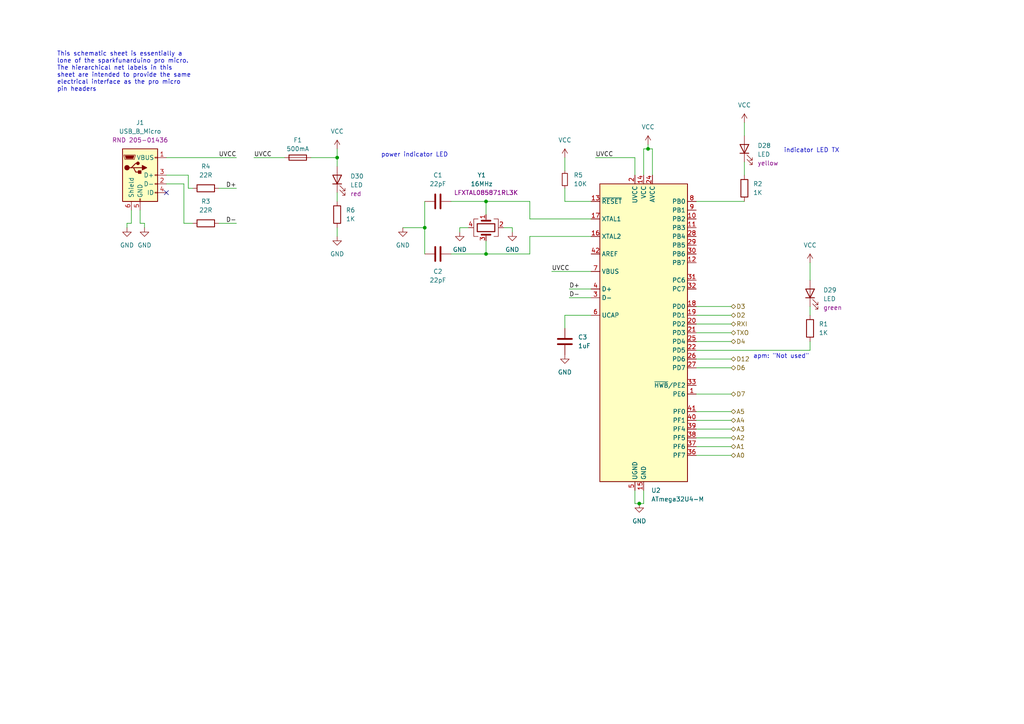
<source format=kicad_sch>
(kicad_sch (version 20230121) (generator eeschema)
  (paper "A4")
  (lib_symbols
    (symbol "Connector:USB_B_Micro" (pin_names (offset 1.016))
      (property "Reference" "J" (at -5.08 11.43 0))
      (property "Value" "USB_B_Micro" (at -5.08 8.89 0))
      (symbol "USB_B_Micro_0_1"
        (rectangle (start -5.08 -7.62) (end 5.08 7.62) (stroke (width 0.254)) (fill (type background)))
        (circle (center -3.81 2.159) (radius 0.635) (stroke (width 0.254)) (fill (type outline)))
        (circle (center -0.635 3.429) (radius 0.381) (stroke (width 0.254)) (fill (type outline)))
        (rectangle (start -0.127 -7.62) (end 0.127 -6.858))
        (polyline (pts (xy -1.905 2.159) (xy 0.635 2.159)) (stroke (width 0.254)))
        (polyline (pts (xy -3.175 2.159) (xy -2.54 2.159) (xy -1.27 3.429) (xy -0.635 3.429)) (stroke (width 0.254)))
        (polyline (pts (xy -2.54 2.159) (xy -1.905 2.159) (xy -1.27 0.889) (xy 0 0.889)) (stroke (width 0.254)))
        (polyline (pts (xy 0.635 2.794) (xy 0.635 1.524) (xy 1.905 2.159) (xy 0.635 2.794)) (stroke (width 0.254)) (fill (type outline)))
        (polyline (pts (xy -4.318 5.588) (xy -1.778 5.588) (xy -2.032 4.826) (xy -4.064 4.826) (xy -4.318 5.588)) (fill (type outline)))
        (polyline (pts (xy -4.699 5.842) (xy -4.699 5.588) (xy -4.445 4.826) (xy -4.445 4.572) (xy -1.651 4.572) (xy -1.651 4.826) (xy -1.397 5.588) (xy -1.397 5.842) (xy -4.699 5.842)))
        (rectangle (start 0.254 1.27) (end -0.508 0.508) (stroke (width 0.254)) (fill (type outline)))
        (rectangle (start 5.08 -5.207) (end 4.318 -4.953))
        (rectangle (start 5.08 -2.667) (end 4.318 -2.413))
        (rectangle (start 5.08 -0.127) (end 4.318 0.127))
        (rectangle (start 5.08 4.953) (end 4.318 5.207))
      )
      (symbol "USB_B_Micro_1_1"
        (pin power_out line (at 7.62 5.08 180) (length 2.54) (name "VBUS") (number "1"))
        (pin bidirectional line (at 7.62 -2.54 180) (length 2.54) (name "D-") (number "2"))
        (pin bidirectional line (at 7.62 0 180) (length 2.54) (name "D+") (number "3"))
        (pin passive line (at 7.62 -5.08 180) (length 2.54) (name "ID") (number "4"))
        (pin power_out line (at 0 -10.16 90) (length 2.54) (name "GND") (number "5"))
        (pin passive line (at -2.54 -10.16 90) (length 2.54) (name "Shield") (number "6"))
      )
    )
    (symbol "Device:C" (pin_numbers hide) (pin_names (offset 0.254))
      (property "Reference" "C" (at 0.635 2.54 0))
      (property "Value" "C" (at 0.635 -2.54 0))
      (symbol "C_0_1"
        (polyline (pts (xy -2.032 -0.762) (xy 2.032 -0.762)) (stroke (width 0.508)))
        (polyline (pts (xy -2.032 0.762) (xy 2.032 0.762)) (stroke (width 0.508)))
      )
      (symbol "C_1_1"
        (pin passive line (at 0 3.81 270) (length 2.794) (name "~") (number "1"))
        (pin passive line (at 0 -3.81 90) (length 2.794) (name "~") (number "2"))
      )
    )
    (symbol "Device:Crystal_GND24" (pin_names (offset 1.016) hide)
      (property "Reference" "Y" (at 3.175 5.08 0))
      (property "Value" "Crystal_GND24" (at 3.175 3.175 0))
      (symbol "Crystal_GND24_0_1"
        (rectangle (start -1.143 2.54) (end 1.143 -2.54) (stroke (width 0.3048)))
        (polyline (pts (xy -2.54 0) (xy -2.032 0)))
        (polyline (pts (xy -2.032 -1.27) (xy -2.032 1.27)) (stroke (width 0.508)))
        (polyline (pts (xy 0 -3.81) (xy 0 -3.556)))
        (polyline (pts (xy 0 3.556) (xy 0 3.81)))
        (polyline (pts (xy 2.032 -1.27) (xy 2.032 1.27)) (stroke (width 0.508)))
        (polyline (pts (xy 2.032 0) (xy 2.54 0)))
        (polyline (pts (xy -2.54 -2.286) (xy -2.54 -3.556) (xy 2.54 -3.556) (xy 2.54 -2.286)))
        (polyline (pts (xy -2.54 2.286) (xy -2.54 3.556) (xy 2.54 3.556) (xy 2.54 2.286)))
      )
      (symbol "Crystal_GND24_1_1"
        (pin passive line (at -3.81 0 0) (length 1.27) (name "1") (number "1"))
        (pin passive line (at 0 5.08 270) (length 1.27) (name "2") (number "2"))
        (pin passive line (at 3.81 0 180) (length 1.27) (name "3") (number "3"))
        (pin passive line (at 0 -5.08 90) (length 1.27) (name "4") (number "4"))
      )
    )
    (symbol "Device:Fuse" (pin_numbers hide) (pin_names (offset 0))
      (property "Reference" "F" (at 2.032 0 90))
      (property "Value" "Fuse" (at -1.905 0 90))
      (symbol "Fuse_0_1"
        (rectangle (start -0.762 -2.54) (end 0.762 2.54) (stroke (width 0.254)))
        (polyline (pts (xy 0 2.54) (xy 0 -2.54)))
      )
      (symbol "Fuse_1_1"
        (pin passive line (at 0 3.81 270) (length 1.27) (name "~") (number "1"))
        (pin passive line (at 0 -3.81 90) (length 1.27) (name "~") (number "2"))
      )
    )
    (symbol "Device:LED" (pin_numbers hide) (pin_names (offset 1.016) hide)
      (property "Reference" "D" (at 0 2.54 0))
      (property "Value" "LED" (at 0 -2.54 0))
      (symbol "LED_0_1"
        (polyline (pts (xy -1.27 -1.27) (xy -1.27 1.27)) (stroke (width 0.254)))
        (polyline (pts (xy -1.27 0) (xy 1.27 0)))
        (polyline (pts (xy 1.27 -1.27) (xy 1.27 1.27) (xy -1.27 0) (xy 1.27 -1.27)) (stroke (width 0.254)))
        (polyline (pts (xy -3.048 -0.762) (xy -4.572 -2.286) (xy -3.81 -2.286) (xy -4.572 -2.286) (xy -4.572 -1.524)))
        (polyline (pts (xy -1.778 -0.762) (xy -3.302 -2.286) (xy -2.54 -2.286) (xy -3.302 -2.286) (xy -3.302 -1.524)))
      )
      (symbol "LED_1_1"
        (pin passive line (at -3.81 0 0) (length 2.54) (name "K") (number "1"))
        (pin passive line (at 3.81 0 180) (length 2.54) (name "A") (number "2"))
      )
    )
    (symbol "Device:R" (pin_numbers hide) (pin_names (offset 0))
      (property "Reference" "R" (at 2.032 0 90))
      (property "Value" "R" (at 0 0 90))
      (symbol "R_0_1"
        (rectangle (start -1.016 -2.54) (end 1.016 2.54) (stroke (width 0.254)))
      )
      (symbol "R_1_1"
        (pin passive line (at 0 3.81 270) (length 1.27) (name "~") (number "1"))
        (pin passive line (at 0 -3.81 90) (length 1.27) (name "~") (number "2"))
      )
    )
    (symbol "Device:R_Small" (pin_numbers hide) (pin_names (offset 0.254) hide)
      (property "Reference" "R" (at 0.762 0.508 0))
      (property "Value" "R_Small" (at 0.762 -1.016 0))
      (symbol "R_Small_0_1"
        (rectangle (start -0.762 1.778) (end 0.762 -1.778) (stroke (width 0.2032)))
      )
      (symbol "R_Small_1_1"
        (pin passive line (at 0 2.54 270) (length 0.762) (name "~") (number "1"))
        (pin passive line (at 0 -2.54 90) (length 0.762) (name "~") (number "2"))
      )
    )
    (symbol "MCU_Microchip_ATmega:ATmega32U4-M"
      (property "Reference" "U" (at -12.7 44.45 0))
      (property "Value" "ATmega32U4-M" (at 2.54 -44.45 0))
      (symbol "ATmega32U4-M_0_1"
        (rectangle (start -12.7 -43.18) (end 12.7 43.18) (stroke (width 0.254)) (fill (type background)))
      )
      (symbol "ATmega32U4-M_1_1"
        (pin bidirectional line (at 15.24 -17.78 180) (length 2.54) (name "PE6") (number "1"))
        (pin bidirectional line (at 15.24 33.02 180) (length 2.54) (name "PB2") (number "10"))
        (pin bidirectional line (at 15.24 30.48 180) (length 2.54) (name "PB3") (number "11"))
        (pin bidirectional line (at 15.24 20.32 180) (length 2.54) (name "PB7") (number "12"))
        (pin input line (at -15.24 38.1 0) (length 2.54) (name "~{RESET}") (number "13"))
        (pin power_in line (at 0 45.72 270) (length 2.54) (name "VCC") (number "14"))
        (pin power_in line (at 0 -45.72 90) (length 2.54) (name "GND") (number "15"))
        (pin output line (at -15.24 27.94 0) (length 2.54) (name "XTAL2") (number "16"))
        (pin input line (at -15.24 33.02 0) (length 2.54) (name "XTAL1") (number "17"))
        (pin bidirectional line (at 15.24 7.62 180) (length 2.54) (name "PD0") (number "18"))
        (pin bidirectional line (at 15.24 5.08 180) (length 2.54) (name "PD1") (number "19"))
        (pin power_in line (at -2.54 45.72 270) (length 2.54) (name "UVCC") (number "2"))
        (pin bidirectional line (at 15.24 2.54 180) (length 2.54) (name "PD2") (number "20"))
        (pin bidirectional line (at 15.24 0 180) (length 2.54) (name "PD3") (number "21"))
        (pin bidirectional line (at 15.24 -5.08 180) (length 2.54) (name "PD5") (number "22"))
        (pin passive line (at 0 -45.72 90) (length 2.54) hide (name "GND") (number "23"))
        (pin power_in line (at 2.54 45.72 270) (length 2.54) (name "AVCC") (number "24"))
        (pin bidirectional line (at 15.24 -2.54 180) (length 2.54) (name "PD4") (number "25"))
        (pin bidirectional line (at 15.24 -7.62 180) (length 2.54) (name "PD6") (number "26"))
        (pin bidirectional line (at 15.24 -10.16 180) (length 2.54) (name "PD7") (number "27"))
        (pin bidirectional line (at 15.24 27.94 180) (length 2.54) (name "PB4") (number "28"))
        (pin bidirectional line (at 15.24 25.4 180) (length 2.54) (name "PB5") (number "29"))
        (pin bidirectional line (at -15.24 10.16 0) (length 2.54) (name "D-") (number "3"))
        (pin bidirectional line (at 15.24 22.86 180) (length 2.54) (name "PB6") (number "30"))
        (pin bidirectional line (at 15.24 15.24 180) (length 2.54) (name "PC6") (number "31"))
        (pin bidirectional line (at 15.24 12.7 180) (length 2.54) (name "PC7") (number "32"))
        (pin bidirectional line (at 15.24 -15.24 180) (length 2.54) (name "~{HWB}/PE2") (number "33"))
        (pin passive line (at 0 45.72 270) (length 2.54) hide (name "VCC") (number "34"))
        (pin passive line (at 0 -45.72 90) (length 2.54) hide (name "GND") (number "35"))
        (pin bidirectional line (at 15.24 -35.56 180) (length 2.54) (name "PF7") (number "36"))
        (pin bidirectional line (at 15.24 -33.02 180) (length 2.54) (name "PF6") (number "37"))
        (pin bidirectional line (at 15.24 -30.48 180) (length 2.54) (name "PF5") (number "38"))
        (pin bidirectional line (at 15.24 -27.94 180) (length 2.54) (name "PF4") (number "39"))
        (pin bidirectional line (at -15.24 12.7 0) (length 2.54) (name "D+") (number "4"))
        (pin bidirectional line (at 15.24 -25.4 180) (length 2.54) (name "PF1") (number "40"))
        (pin bidirectional line (at 15.24 -22.86 180) (length 2.54) (name "PF0") (number "41"))
        (pin passive line (at -15.24 22.86 0) (length 2.54) (name "AREF") (number "42"))
        (pin passive line (at 0 -45.72 90) (length 2.54) hide (name "GND") (number "43"))
        (pin passive line (at 2.54 45.72 270) (length 2.54) hide (name "AVCC") (number "44"))
        (pin passive line (at 0 -45.72 90) (length 2.54) hide (name "GND") (number "45"))
        (pin passive line (at -2.54 -45.72 90) (length 2.54) (name "UGND") (number "5"))
        (pin passive line (at -15.24 5.08 0) (length 2.54) (name "UCAP") (number "6"))
        (pin input line (at -15.24 17.78 0) (length 2.54) (name "VBUS") (number "7"))
        (pin bidirectional line (at 15.24 38.1 180) (length 2.54) (name "PB0") (number "8"))
        (pin bidirectional line (at 15.24 35.56 180) (length 2.54) (name "PB1") (number "9"))
      )
    )
    (symbol "ScottoKicad:MCU_Arduino_Pro_Micro" (pin_names (offset 1.016))
      (property "Reference" "U" (at 0 0 0))
      (property "Value" "Arduino_Pro_Micro" (at 0 -19.05 0))
      (symbol "MCU_Arduino_Pro_Micro_0_1"
        (rectangle (start -10.16 16.51) (end 10.16 -16.51))
      )
      (symbol "MCU_Arduino_Pro_Micro_1_1"
        (pin input line (at -15.24 13.97 0) (length 5.08) (name "TX0/PD3") (number "1"))
        (pin input line (at -15.24 -8.89 0) (length 5.08) (name "7/PE6") (number "10"))
        (pin input line (at -15.24 -11.43 0) (length 5.08) (name "8/PB4") (number "11"))
        (pin input line (at -15.24 -13.97 0) (length 5.08) (name "9/PB5") (number "12"))
        (pin input line (at 15.24 -13.97 180) (length 5.08) (name "10/PB6") (number "13"))
        (pin input line (at 15.24 -11.43 180) (length 5.08) (name "16/PB2") (number "14"))
        (pin input line (at 15.24 -8.89 180) (length 5.08) (name "14/PB3") (number "15"))
        (pin input line (at 15.24 -6.35 180) (length 5.08) (name "15/PB1") (number "16"))
        (pin input line (at 15.24 -3.81 180) (length 5.08) (name "A0/PF7") (number "17"))
        (pin input line (at 15.24 -1.27 180) (length 5.08) (name "A1/PF6") (number "18"))
        (pin input line (at 15.24 1.27 180) (length 5.08) (name "A2/PF5") (number "19"))
        (pin input line (at -15.24 11.43 0) (length 5.08) (name "RX1/PD2") (number "2"))
        (pin input line (at 15.24 3.81 180) (length 5.08) (name "A3/PF4") (number "20"))
        (pin input line (at 15.24 6.35 180) (length 5.08) (name "VCC") (number "21"))
        (pin input line (at 15.24 8.89 180) (length 5.08) (name "RST") (number "22"))
        (pin input line (at 15.24 11.43 180) (length 5.08) (name "GND") (number "23"))
        (pin input line (at 15.24 13.97 180) (length 5.08) (name "RAW") (number "24"))
        (pin input line (at -15.24 8.89 0) (length 5.08) (name "GND") (number "3"))
        (pin input line (at -15.24 6.35 0) (length 5.08) (name "GND") (number "4"))
        (pin input line (at -15.24 3.81 0) (length 5.08) (name "2/PD1") (number "5"))
        (pin input line (at -15.24 1.27 0) (length 5.08) (name "3/PD0") (number "6"))
        (pin input line (at -15.24 -1.27 0) (length 5.08) (name "4/PD4") (number "7"))
        (pin input line (at -15.24 -3.81 0) (length 5.08) (name "5/PC6") (number "8"))
        (pin input line (at -15.24 -6.35 0) (length 5.08) (name "6/PD7") (number "9"))
      )
    )
    (symbol "power:GND" (power) (pin_names (offset 0))
      (property "Value" "GND" (at 0 -3.81 0))
      (symbol "GND_0_1"
        (polyline (pts (xy 0 0) (xy 0 -1.27) (xy 1.27 -1.27) (xy 0 -2.54) (xy -1.27 -1.27) (xy 0 -1.27)))
      )
      (symbol "GND_1_1"
        (pin power_in line (at 0 0 270) (length 0) hide (name "GND") (number "1"))
      )
    )
    (symbol "power:VCC" (power) (pin_names (offset 0))
      (property "Value" "VCC" (at 0 3.81 0))
      (symbol "VCC_0_1"
        (polyline (pts (xy -0.762 1.27) (xy 0 2.54)))
        (polyline (pts (xy 0 0) (xy 0 2.54)))
        (polyline (pts (xy 0 2.54) (xy 0.762 1.27)))
      )
      (symbol "VCC_1_1"
        (pin power_in line (at 0 0 90) (length 0) hide (name "VCC") (number "1"))
      )
    )
  )
  (junction (at 185.42 146.05))
  (junction (at 123.19 66.04))
  (junction (at 140.97 58.42))
  (junction (at 140.97 73.66))
  (junction (at 97.79 45.72))
  (junction (at 187.96 43.18))
  (no_connect (at 48.26 55.88))
  (wire (pts (xy 148.59 66.04) (xy 146.05 66.04)))
  (wire (pts (xy 90.17 45.72) (xy 97.79 45.72)))
  (wire (pts (xy 133.35 66.04) (xy 133.35 67.31)))
  (wire (pts (xy 163.83 45.72) (xy 163.83 49.53)))
  (wire (pts (xy 54.61 50.8) (xy 48.26 50.8)))
  (wire (pts (xy 234.95 99.06) (xy 234.95 101.6)))
  (wire (pts (xy 212.09 132.08) (xy 201.93 132.08)))
  (wire (pts (xy 53.34 53.34) (xy 48.26 53.34)))
  (wire (pts (xy 123.19 58.42) (xy 123.19 66.04)))
  (wire (pts (xy 153.67 63.5) (xy 171.45 63.5)))
  (wire (pts (xy -44.45 90.17) (xy -36.83 90.17)))
  (wire (pts (xy 123.19 66.04) (xy 123.19 73.66)))
  (wire (pts (xy 133.35 66.04) (xy 135.89 66.04)))
  (wire (pts (xy 73.66 45.72) (xy 82.55 45.72)))
  (wire (pts (xy -44.45 74.93) (xy -36.83 74.93)))
  (wire (pts (xy 186.69 43.18) (xy 186.69 50.8)))
  (wire (pts (xy 184.15 45.72) (xy 184.15 50.8)))
  (wire (pts (xy 212.09 124.46) (xy 201.93 124.46)))
  (wire (pts (xy 97.79 55.88) (xy 97.79 58.42)))
  (wire (pts (xy 165.1 83.82) (xy 171.45 83.82)))
  (wire (pts (xy 186.69 142.24) (xy 186.69 146.05)))
  (wire (pts (xy 186.69 146.05) (xy 185.42 146.05)))
  (wire (pts (xy 97.79 43.18) (xy 97.79 45.72)))
  (wire (pts (xy 184.15 146.05) (xy 185.42 146.05)))
  (wire (pts (xy 48.26 45.72) (xy 68.58 45.72)))
  (wire (pts (xy 212.09 104.14) (xy 201.93 104.14)))
  (wire (pts (xy 212.09 91.44) (xy 201.93 91.44)))
  (wire (pts (xy 148.59 66.04) (xy 148.59 67.31)))
  (wire (pts (xy 201.93 58.42) (xy 215.9 58.42)))
  (wire (pts (xy 41.91 66.04) (xy 41.91 64.77)))
  (wire (pts (xy 234.95 76.2) (xy 234.95 81.28)))
  (wire (pts (xy 171.45 91.44) (xy 163.83 91.44)))
  (wire (pts (xy 38.1 64.77) (xy 38.1 60.96)))
  (wire (pts (xy 212.09 127) (xy 201.93 127)))
  (wire (pts (xy -44.45 80.01) (xy -36.83 80.01)))
  (wire (pts (xy 187.96 41.91) (xy 187.96 43.18)))
  (wire (pts (xy 172.72 45.72) (xy 184.15 45.72)))
  (wire (pts (xy 234.95 88.9) (xy 234.95 91.44)))
  (wire (pts (xy 189.23 43.18) (xy 189.23 50.8)))
  (wire (pts (xy 140.97 58.42) (xy 153.67 58.42)))
  (wire (pts (xy 54.61 54.61) (xy 55.88 54.61)))
  (wire (pts (xy 97.79 45.72) (xy 97.79 48.26)))
  (wire (pts (xy 116.84 66.04) (xy 123.19 66.04)))
  (wire (pts (xy 212.09 119.38) (xy 201.93 119.38)))
  (wire (pts (xy 201.93 96.52) (xy 212.09 96.52)))
  (wire (pts (xy 212.09 129.54) (xy 201.93 129.54)))
  (wire (pts (xy 212.09 106.68) (xy 201.93 106.68)))
  (wire (pts (xy 153.67 58.42) (xy 153.67 63.5)))
  (wire (pts (xy 153.67 68.58) (xy 153.67 73.66)))
  (wire (pts (xy 187.96 43.18) (xy 189.23 43.18)))
  (wire (pts (xy 212.09 93.98) (xy 201.93 93.98)))
  (wire (pts (xy -44.45 77.47) (xy -36.83 77.47)))
  (wire (pts (xy -44.45 82.55) (xy -36.83 82.55)))
  (wire (pts (xy 130.81 58.42) (xy 140.97 58.42)))
  (wire (pts (xy 160.02 78.74) (xy 171.45 78.74)))
  (wire (pts (xy 163.83 54.61) (xy 163.83 58.42)))
  (wire (pts (xy 212.09 121.92) (xy 201.93 121.92)))
  (wire (pts (xy 41.91 64.77) (xy 40.64 64.77)))
  (wire (pts (xy 36.83 66.04) (xy 36.83 64.77)))
  (wire (pts (xy 201.93 101.6) (xy 234.95 101.6)))
  (wire (pts (xy -44.45 87.63) (xy -36.83 87.63)))
  (wire (pts (xy 97.79 68.58) (xy 97.79 66.04)))
  (wire (pts (xy 163.83 91.44) (xy 163.83 95.25)))
  (wire (pts (xy 63.5 54.61) (xy 68.58 54.61)))
  (wire (pts (xy 63.5 64.77) (xy 68.58 64.77)))
  (wire (pts (xy 165.1 86.36) (xy 171.45 86.36)))
  (wire (pts (xy 163.83 58.42) (xy 171.45 58.42)))
  (wire (pts (xy 54.61 54.61) (xy 54.61 50.8)))
  (wire (pts (xy 53.34 64.77) (xy 53.34 53.34)))
  (wire (pts (xy 215.9 46.99) (xy 215.9 50.8)))
  (wire (pts (xy 130.81 73.66) (xy 140.97 73.66)))
  (wire (pts (xy -44.45 85.09) (xy -36.83 85.09)))
  (wire (pts (xy 171.45 68.58) (xy 153.67 68.58)))
  (wire (pts (xy 212.09 99.06) (xy 201.93 99.06)))
  (wire (pts (xy 187.96 43.18) (xy 186.69 43.18)))
  (wire (pts (xy 140.97 73.66) (xy 140.97 69.85)))
  (wire (pts (xy 212.09 88.9) (xy 201.93 88.9)))
  (wire (pts (xy 153.67 73.66) (xy 140.97 73.66)))
  (wire (pts (xy 40.64 64.77) (xy 40.64 60.96)))
  (wire (pts (xy 184.15 142.24) (xy 184.15 146.05)))
  (wire (pts (xy 36.83 64.77) (xy 38.1 64.77)))
  (wire (pts (xy 140.97 58.42) (xy 140.97 62.23)))
  (wire (pts (xy 215.9 35.56) (xy 215.9 39.37)))
  (wire (pts (xy 212.09 114.3) (xy 201.93 114.3)))
  (wire (pts (xy 55.88 64.77) (xy 53.34 64.77)))
  (text "power indicator LED" (at 110.49 45.72 0) (effects (font (size 1.27 1.27)) (justify left bottom)))
  (text "This schematic sheet is essentially a\nlone of the sparkfunarduino pro micro.\nThe hierarchical net labels in this\nsheet are intended to provide the same\nelectrical interface as the pro micro\npin headers" (at 16.51 26.67 0) (effects (font (size 1.27 1.27)) (justify left bottom)))
  (text "indicator LED TX" (at 227.33 44.45 0) (effects (font (size 1.27 1.27)) (justify left bottom)))
  (text "apm: \"Not used\"" (at 218.44 104.14 0) (effects (font (size 1.27 1.27)) (justify left bottom)))
  (label "ROW0" (at -44.45 74.93 180))
  (label "COL0" (at -44.45 85.09 180))
  (label "D+" (at 68.58 54.61 180))
  (label "UVCC" (at 160.02 78.74 0))
  (label "UVCC" (at 73.66 45.72 0))
  (label "ROW0" (at -44.45 77.47 180))
  (label "COL0" (at -44.45 87.63 180))
  (label "COL0" (at -44.45 90.17 180))
  (label "UVCC" (at 68.58 45.72 180))
  (label "D-" (at 165.1 86.36 0))
  (label "D+" (at 165.1 83.82 0))
  (label "UVCC" (at 172.72 45.72 0))
  (label "ROW0" (at -44.45 80.01 180))
  (label "D-" (at 68.58 64.77 180))
  (label "COL0" (at -44.45 82.55 180))
  (hierarchical_label "A5" (shape bidirectional) (at 212.09 119.38 0))
  (hierarchical_label "D3" (shape bidirectional) (at 212.09 88.9 0))
  (hierarchical_label "D6" (shape bidirectional) (at 212.09 106.68 0))
  (hierarchical_label "A2" (shape bidirectional) (at 212.09 127 0))
  (hierarchical_label "TXO" (shape bidirectional) (at 212.09 96.52 0))
  (hierarchical_label "D2" (shape bidirectional) (at 212.09 91.44 0))
  (hierarchical_label "D7" (shape bidirectional) (at 212.09 114.3 0))
  (hierarchical_label "A0" (shape bidirectional) (at 212.09 132.08 0))
  (hierarchical_label "D12" (shape bidirectional) (at 212.09 104.14 0))
  (hierarchical_label "A3" (shape bidirectional) (at 212.09 124.46 0))
  (hierarchical_label "D4" (shape bidirectional) (at 212.09 99.06 0))
  (hierarchical_label "RXI" (shape bidirectional) (at 212.09 93.98 0))
  (hierarchical_label "A4" (shape bidirectional) (at 212.09 121.92 0))
  (hierarchical_label "A1" (shape bidirectional) (at 212.09 129.54 0))
  (symbol (lib_id "Device:LED") (at 234.95 85.09 90) (unit 1)
    (property "Reference" "D29" (at 238.76 84.1375 90) (effects (justify right)))
    (property "Value" "LED" (at 238.76 86.6775 90) (effects (justify right)))
    (property "Footprint" "LED_SMD:LED_0603_1608Metric_Pad1.05x0.95mm_HandSolder" (effects hide))
    (property "color" "green" (at 238.76 89.2175 90) (effects (justify right)))
  )
  (symbol (lib_id "Device:R_Small") (at 163.83 52.07 0) (unit 1)
    (property "Reference" "R5" (at 166.37 50.8 0) (effects (justify left)))
    (property "Value" "10K" (at 166.37 53.34 0) (effects (justify left)))
    (property "Footprint" "Resistor_SMD:R_0603_1608Metric_Pad0.98x0.95mm_HandSolder" (effects hide))
  )
  (symbol (lib_id "Device:C") (at 127 58.42 90) (unit 1)
    (property "Reference" "C1" (at 127 50.8 90))
    (property "Value" "22pF" (at 127 53.34 90))
    (property "Footprint" "Capacitor_SMD:C_0603_1608Metric_Pad1.08x0.95mm_HandSolder" (effects hide))
  )
  (symbol (lib_id "Device:R") (at 97.79 62.23 180) (unit 1)
    (property "Reference" "R6" (at 100.33 60.96 0) (effects (justify right)))
    (property "Value" "1K" (at 100.33 63.5 0) (effects (justify right)))
    (property "Footprint" "Resistor_SMD:R_0603_1608Metric_Pad0.98x0.95mm_HandSolder" (effects hide))
  )
  (symbol (lib_id "power:GND") (at 163.83 102.87 0) (unit 1)
    (property "Reference" "#PWR011" (effects hide))
    (property "Value" "GND" (at 163.83 107.95 0))
  )
  (symbol (lib_id "Device:R") (at 234.95 95.25 0) (unit 1)
    (property "Reference" "R1" (at 237.49 93.98 0) (effects (justify left)))
    (property "Value" "1K" (at 237.49 96.52 0) (effects (justify left)))
    (property "Footprint" "Fuse:Fuse_0603_1608Metric_Pad1.05x0.95mm_HandSolder" (effects hide))
  )
  (symbol (lib_id "power:GND") (at 97.79 68.58 0) (unit 1)
    (property "Reference" "#PWR05" (effects hide))
    (property "Value" "GND" (at 97.79 73.66 0))
  )
  (symbol (lib_id "Connector:USB_B_Micro") (at 40.64 50.8 0) (unit 1)
    (property "Reference" "J1" (at 40.64 35.56 0))
    (property "Value" "USB_B_Micro" (at 40.64 38.1 0))
    (property "Footprint" "Connector_USB:USB_Micro-B_Molex-105017-0001" (effects hide))
    (property "Datasheet" "https://www.elfadistrelec.fi/fi/micro-usb-liitin-naarasliitin-micro-usb-suora-kulma-asennot-rnd-rnd-205-01436/p/30285986?itemList=cart" (effects hide))
    (property "partno" "RND 205-01436" (at 40.64 40.64 0))
  )
  (symbol (lib_id "power:GND") (at 41.91 66.04 0) (unit 1)
    (property "Reference" "#PWR03" (effects hide))
    (property "Value" "GND" (at 41.91 71.12 0))
  )
  (symbol (lib_id "Device:R") (at 215.9 54.61 0) (unit 1)
    (property "Reference" "R2" (at 218.44 53.34 0) (effects (justify left)))
    (property "Value" "1K" (at 218.44 55.88 0) (effects (justify left)))
    (property "Footprint" "Resistor_SMD:R_0603_1608Metric_Pad0.98x0.95mm_HandSolder" (effects hide))
  )
  (symbol (lib_id "power:VCC") (at 163.83 45.72 0) (unit 1)
    (property "Reference" "#PWR014" (effects hide))
    (property "Value" "VCC" (at 163.83 40.64 0))
  )
  (symbol (lib_id "power:GND") (at 133.35 67.31 0) (unit 1)
    (property "Reference" "#PWR09" (effects hide))
    (property "Value" "GND" (at 133.35 72.39 0))
  )
  (symbol (lib_id "Device:Crystal_GND24") (at 140.97 66.04 270) (unit 1)
    (property "Reference" "Y1" (at 139.7 50.8 90))
    (property "Value" "16MHz" (at 139.7 53.34 90))
    (property "Footprint" "Oscillator:Oscillator_SMD_Abracon_ASE-4Pin_3.2x2.5mm_HandSoldering" (effects hide))
    (property "partno" "LFXTAL085871RL3K" (at 140.97 55.88 90))
  )
  (symbol (lib_id "Device:C") (at 163.83 99.06 180) (unit 1)
    (property "Reference" "C3" (at 167.64 97.79 0) (effects (justify right)))
    (property "Value" "1uF" (at 167.64 100.33 0) (effects (justify right)))
    (property "Footprint" "Capacitor_SMD:C_0603_1608Metric_Pad1.08x0.95mm_HandSolder" (effects hide))
  )
  (symbol (lib_id "power:GND") (at 116.84 66.04 0) (unit 1)
    (property "Reference" "#PWR07" (effects hide))
    (property "Value" "GND" (at 116.84 71.12 0))
  )
  (symbol (lib_id "Device:C") (at 127 73.66 90) (unit 1)
    (property "Reference" "C2" (at 127 78.74 90))
    (property "Value" "22pF" (at 127 81.28 90))
    (property "Footprint" "Capacitor_SMD:C_0603_1608Metric_Pad1.08x0.95mm_HandSolder" (effects hide))
  )
  (symbol (lib_id "power:VCC") (at 97.79 43.18 0) (unit 1)
    (property "Reference" "#PWR06" (effects hide))
    (property "Value" "VCC" (at 97.79 38.1 0))
  )
  (symbol (lib_id "power:VCC") (at 187.96 41.91 0) (unit 1)
    (property "Reference" "#PWR012" (effects hide))
    (property "Value" "VCC" (at 187.96 36.83 0))
  )
  (symbol (lib_id "power:GND") (at 36.83 66.04 0) (unit 1)
    (property "Reference" "#PWR04" (effects hide))
    (property "Value" "GND" (at 36.83 71.12 0))
  )
  (symbol (lib_id "Device:R") (at 59.69 54.61 90) (unit 1)
    (property "Reference" "R4" (at 59.69 48.26 90))
    (property "Value" "22R" (at 59.69 50.8 90))
    (property "Footprint" "Resistor_SMD:R_0603_1608Metric_Pad0.98x0.95mm_HandSolder" (effects hide))
  )
  (symbol (lib_id "power:VCC") (at 215.9 35.56 0) (unit 1)
    (property "Reference" "#PWR01" (effects hide))
    (property "Value" "VCC" (at 215.9 30.48 0))
  )
  (symbol (lib_id "Device:Fuse") (at 86.36 45.72 90) (unit 1)
    (property "Reference" "F1" (at 86.36 40.64 90))
    (property "Value" "500mA" (at 86.36 43.18 90))
    (property "Footprint" "Fuse:Fuse_0603_1608Metric_Pad1.05x0.95mm_HandSolder" (effects hide))
    (property "partno" "MF-USMF010-2" (effects hide))
  )
  (symbol (lib_id "MCU_Microchip_ATmega:ATmega32U4-M") (at 186.69 96.52 0) (unit 1)
    (property "Reference" "U2" (at 188.8841 142.24 0) (effects (justify left)))
    (property "Value" "ATmega32U4-M" (at 188.8841 144.78 0) (effects (justify left)))
    (property "Footprint" "Package_DFN_QFN:QFN-44-1EP_7x7mm_P0.5mm_EP5.2x5.2mm" (effects hide))
    (property "Datasheet" "http://ww1.microchip.com/downloads/en/DeviceDoc/Atmel-7766-8-bit-AVR-ATmega16U4-32U4_Datasheet.pdf" (effects hide))
  )
  (symbol (lib_id "power:GND") (at 185.42 146.05 0) (unit 1)
    (property "Reference" "#PWR010" (effects hide))
    (property "Value" "GND" (at 185.42 151.13 0))
  )
  (symbol (lib_id "power:GND") (at 148.59 67.31 0) (unit 1)
    (property "Reference" "#PWR08" (effects hide))
    (property "Value" "GND" (at 148.59 72.39 0))
  )
  (symbol (lib_id "Device:LED") (at 215.9 43.18 90) (unit 1)
    (property "Reference" "D28" (at 219.71 42.2275 90) (effects (justify right)))
    (property "Value" "LED" (at 219.71 44.7675 90) (effects (justify right)))
    (property "Footprint" "LED_SMD:LED_0603_1608Metric_Pad1.05x0.95mm_HandSolder" (effects hide))
    (property "color" "yellow" (at 219.71 47.3075 90) (effects (justify right)))
  )
  (symbol (lib_id "Device:LED") (at 97.79 52.07 90) (unit 1)
    (property "Reference" "D30" (at 101.6 51.1175 90) (effects (justify right)))
    (property "Value" "LED" (at 101.6 53.6575 90) (effects (justify right)))
    (property "Footprint" "LED_SMD:LED_0603_1608Metric_Pad1.05x0.95mm_HandSolder" (effects hide))
    (property "color" "red" (at 101.6 56.1975 90) (effects (justify right)))
  )
  (symbol (lib_id "ScottoKicad:MCU_Arduino_Pro_Micro") (at -21.59 78.74 0) (unit 1)
    (property "Reference" "U1" (at -21.59 57.15 0) (effects (font (size 1.524 1.524))))
    (property "Value" "Arduino_Pro_Micro" (at -21.59 59.69 0) (effects (font (size 1.524 1.524))))
    (property "Footprint" "ScottoKeebs_MCU:Arduino_Pro_Micro" (effects hide))
  )
  (symbol (lib_id "Device:R") (at 59.69 64.77 90) (unit 1)
    (property "Reference" "R3" (at 59.69 58.42 90))
    (property "Value" "22R" (at 59.69 60.96 90))
    (property "Footprint" "Resistor_SMD:R_0603_1608Metric_Pad0.98x0.95mm_HandSolder" (effects hide))
  )
  (symbol (lib_id "power:VCC") (at 234.95 76.2 0) (unit 1)
    (property "Reference" "#PWR02" (effects hide))
    (property "Value" "VCC" (at 234.95 71.12 0))
  )
)
</source>
